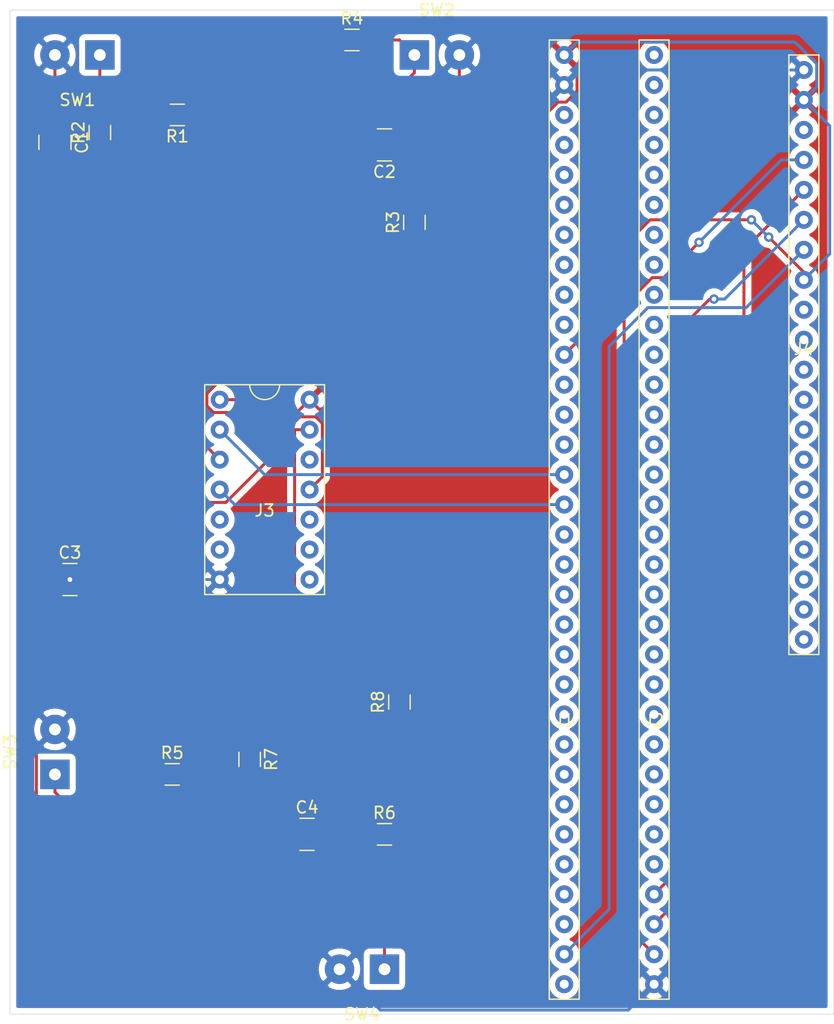
<source format=kicad_pcb>
(kicad_pcb (version 20171130) (host pcbnew "(5.1.0)-1")
  (title_block (title "ECE 362") (date 2019-04-14) (rev 1) (company "Team Pong"))
  (layers (0 F.Cu signal) (31 B.Cu signal) (34 B.Paste user) (35 F.Paste user) (36 B.SilkS user) (37 F.SilkS user) (38 B.Mask user) (39 F.Mask user) (44 Edge.Cuts user))
  (net 0 "")
  (net 1 GND)
  (net 2 PB12)
  (net 3 PB13)
  (net 4 PB14)
  (net 5 PB15)
  (net 6 +3V3)
  (net 7 PA1)
  (net 8 PA0)
  (net 9 "Net-(C3-Pad2)")
  (net 10 "Net-(C1-Pad2)")
  (net 11 "Net-(C4-Pad2)")
  (net 12 "Net-(C2-Pad2)")
  (net 13 "Net-(R1-Pad2)")
  (net 14 "Net-(R3-Pad2)")
  (net 15 "Net-(R5-Pad2)")
  (net 16 "Net-(R6-Pad2)")
  (net 17 PC2)
  (module 362ftpt:STM32conn (layer F.Cu) (at 67.31 91.44)
    (fp_text reference J2 (at 0 0.5) (layer F.SilkS))
    (fp_text value STM32Right)
    (fp_line (start -1.27 -57.15) (end 1.27 -57.15) (layer F.SilkS) (width 0.12))
    (fp_line (start 1.27 -57.15) (end 1.27 24.13) (layer F.SilkS) (width 0.12))
    (fp_line (start 1.27 24.13) (end -1.27 24.13) (layer F.SilkS) (width 0.12))
    (fp_line (start -1.27 24.13) (end -1.27 -57.15) (layer F.SilkS) (width 0.12))
    (pad 1 thru_hole circle (at 0 -55.88) (size 1.524 1.524) (drill 0.762) (layers *.Cu *.Mask))
    (pad 2 thru_hole circle (at 0 -53.34) (size 1.524 1.524) (drill 0.762) (layers *.Cu *.Mask))
    (pad 3 thru_hole circle (at 0 -50.8) (size 1.524 1.524) (drill 0.762) (layers *.Cu *.Mask))
    (pad 5 thru_hole circle (at 0 -45.72) (size 1.524 1.524) (drill 0.762) (layers *.Cu *.Mask))
    (pad 4 thru_hole circle (at 0 -48.26) (size 1.524 1.524) (drill 0.762) (layers *.Cu *.Mask))
    (pad 6 thru_hole circle (at 0 -43.18) (size 1.524 1.524) (drill 0.762) (layers *.Cu *.Mask))
    (pad 7 thru_hole circle (at 0 -40.64) (size 1.524 1.524) (drill 0.762) (layers *.Cu *.Mask))
    (pad 8 thru_hole circle (at 0 -38.1) (size 1.524 1.524) (drill 0.762) (layers *.Cu *.Mask))
    (pad 9 thru_hole circle (at 0 -35.56) (size 1.524 1.524) (drill 0.762) (layers *.Cu *.Mask))
    (pad 10 thru_hole circle (at 0 -33.02) (size 1.524 1.524) (drill 0.762) (layers *.Cu *.Mask))
    (pad 11 thru_hole circle (at 0 -30.48) (size 1.524 1.524) (drill 0.762) (layers *.Cu *.Mask))
    (pad 12 thru_hole circle (at 0 -27.94) (size 1.524 1.524) (drill 0.762) (layers *.Cu *.Mask))
    (pad 13 thru_hole circle (at 0 -25.4) (size 1.524 1.524) (drill 0.762) (layers *.Cu *.Mask))
    (pad 14 thru_hole circle (at 0 -22.86) (size 1.524 1.524) (drill 0.762) (layers *.Cu *.Mask))
    (pad 15 thru_hole circle (at 0 -20.32) (size 1.524 1.524) (drill 0.762) (layers *.Cu *.Mask))
    (pad 16 thru_hole circle (at 0 -17.78) (size 1.524 1.524) (drill 0.762) (layers *.Cu *.Mask))
    (pad 17 thru_hole circle (at 0 -15.24) (size 1.524 1.524) (drill 0.762) (layers *.Cu *.Mask))
    (pad 18 thru_hole circle (at 0 -12.7) (size 1.524 1.524) (drill 0.762) (layers *.Cu *.Mask))
    (pad 19 thru_hole circle (at 0 -10.16) (size 1.524 1.524) (drill 0.762) (layers *.Cu *.Mask))
    (pad 20 thru_hole circle (at 0 -7.62) (size 1.524 1.524) (drill 0.762) (layers *.Cu *.Mask))
    (pad 21 thru_hole circle (at 0 -5.08) (size 1.524 1.524) (drill 0.762) (layers *.Cu *.Mask))
    (pad 22 thru_hole circle (at 0 -2.54) (size 1.524 1.524) (drill 0.762) (layers *.Cu *.Mask))
    (pad 23 thru_hole circle (at 0 0) (size 1.524 1.524) (drill 0.762) (layers *.Cu *.Mask))
    (pad 24 thru_hole circle (at 0 2.54) (size 1.524 1.524) (drill 0.762) (layers *.Cu *.Mask))
    (pad 25 thru_hole circle (at 0 5.08) (size 1.524 1.524) (drill 0.762) (layers *.Cu *.Mask))
    (pad 26 thru_hole circle (at 0 7.62) (size 1.524 1.524) (drill 0.762) (layers *.Cu *.Mask))
    (pad 27 thru_hole circle (at 0 10.16) (size 1.524 1.524) (drill 0.762) (layers *.Cu *.Mask))
    (pad 28 thru_hole circle (at 0 12.7) (size 1.524 1.524) (drill 0.762) (layers *.Cu *.Mask))
    (pad 29 thru_hole circle (at 0 15.24) (size 1.524 1.524) (drill 0.762) (layers *.Cu *.Mask) (net 5 PB15))
    (pad 30 thru_hole circle (at 0 17.78) (size 1.524 1.524) (drill 0.762) (layers *.Cu *.Mask) (net 4 PB14))
    (pad 31 thru_hole circle (at 0 20.32) (size 1.524 1.524) (drill 0.762) (layers *.Cu *.Mask) (net 3 PB13))
    (pad 32 thru_hole circle (at 0 22.86) (size 1.524 1.524) (drill 0.762) (layers *.Cu *.Mask) (net 1 GND))
  )
  (module Capacitor_SMD:C_1210_3225Metric_Pad1.42x2.65mm_HandSolder (layer F.Cu) (at 16.51 42.9625 270)
    (fp_text reference C1 (at 0 -2.28 270) (layer F.SilkS))
    (fp_text value C)
    (fp_line (start -0.602064 1.36) (end 0.602064 1.36) (layer F.SilkS) (width 0.12))
    (fp_line (start -0.602064 -1.36) (end 0.602064 -1.36) (layer F.SilkS) (width 0.12))
    (pad 2 smd roundrect (at 1.4875 0 270) (size 1.425 2.65) (layers F.Cu F.Paste F.Mask) (roundrect_rratio 0.175439) (net 10 "Net-(C1-Pad2)"))
    (pad 1 smd roundrect (at -1.4875 0 270) (size 1.425 2.65) (layers F.Cu F.Paste F.Mask) (roundrect_rratio 0.175439) (net 1 GND))
  )
  (module Capacitor_SMD:C_1210_3225Metric_Pad1.42x2.65mm_HandSolder (layer F.Cu) (at 44.45 43.18 180)
    (fp_text reference C2 (at 0 -2.28 180) (layer F.SilkS))
    (fp_text value C)
    (fp_line (start -0.602064 -1.36) (end 0.602064 -1.36) (layer F.SilkS) (width 0.12))
    (fp_line (start -0.602064 1.36) (end 0.602064 1.36) (layer F.SilkS) (width 0.12))
    (pad 1 smd roundrect (at -1.4875 0 180) (size 1.425 2.65) (layers F.Cu F.Paste F.Mask) (roundrect_rratio 0.175439) (net 1 GND))
    (pad 2 smd roundrect (at 1.4875 0 180) (size 1.425 2.65) (layers F.Cu F.Paste F.Mask) (roundrect_rratio 0.175439) (net 12 "Net-(C2-Pad2)"))
  )
  (module Capacitor_SMD:C_1210_3225Metric_Pad1.42x2.65mm_HandSolder (layer F.Cu) (at 17.78 80.01)
    (fp_text reference C3 (at 0 -2.28) (layer F.SilkS))
    (fp_text value C)
    (fp_line (start -0.602064 1.36) (end 0.602064 1.36) (layer F.SilkS) (width 0.12))
    (fp_line (start -0.602064 -1.36) (end 0.602064 -1.36) (layer F.SilkS) (width 0.12))
    (pad 2 smd roundrect (at 1.4875 0) (size 1.425 2.65) (layers F.Cu F.Paste F.Mask) (roundrect_rratio 0.175439) (net 9 "Net-(C3-Pad2)"))
    (pad 1 smd roundrect (at -1.4875 0) (size 1.425 2.65) (layers F.Cu F.Paste F.Mask) (roundrect_rratio 0.175439) (net 1 GND))
  )
  (module Capacitor_SMD:C_1210_3225Metric_Pad1.42x2.65mm_HandSolder (layer F.Cu) (at 37.8825 101.6)
    (fp_text reference C4 (at 0 -2.28) (layer F.SilkS))
    (fp_text value C)
    (fp_line (start -0.602064 -1.36) (end 0.602064 -1.36) (layer F.SilkS) (width 0.12))
    (fp_line (start -0.602064 1.36) (end 0.602064 1.36) (layer F.SilkS) (width 0.12))
    (pad 1 smd roundrect (at -1.4875 0) (size 1.425 2.65) (layers F.Cu F.Paste F.Mask) (roundrect_rratio 0.175439) (net 1 GND))
    (pad 2 smd roundrect (at 1.4875 0) (size 1.425 2.65) (layers F.Cu F.Paste F.Mask) (roundrect_rratio 0.175439) (net 11 "Net-(C4-Pad2)"))
  )
  (module 362ftpt:STM32conn (layer F.Cu) (at 59.69 91.44)
    (fp_text reference J1 (at 0 0.5) (layer F.SilkS))
    (fp_text value STM32Left)
    (fp_line (start -1.27 24.13) (end -1.27 -57.15) (layer F.SilkS) (width 0.12))
    (fp_line (start 1.27 24.13) (end -1.27 24.13) (layer F.SilkS) (width 0.12))
    (fp_line (start 1.27 -57.15) (end 1.27 24.13) (layer F.SilkS) (width 0.12))
    (fp_line (start -1.27 -57.15) (end 1.27 -57.15) (layer F.SilkS) (width 0.12))
    (pad 32 thru_hole circle (at 0 22.86) (size 1.524 1.524) (drill 0.762) (layers *.Cu *.Mask))
    (pad 31 thru_hole circle (at 0 20.32) (size 1.524 1.524) (drill 0.762) (layers *.Cu *.Mask) (net 2 PB12))
    (pad 30 thru_hole circle (at 0 17.78) (size 1.524 1.524) (drill 0.762) (layers *.Cu *.Mask))
    (pad 29 thru_hole circle (at 0 15.24) (size 1.524 1.524) (drill 0.762) (layers *.Cu *.Mask))
    (pad 28 thru_hole circle (at 0 12.7) (size 1.524 1.524) (drill 0.762) (layers *.Cu *.Mask))
    (pad 27 thru_hole circle (at 0 10.16) (size 1.524 1.524) (drill 0.762) (layers *.Cu *.Mask))
    (pad 26 thru_hole circle (at 0 7.62) (size 1.524 1.524) (drill 0.762) (layers *.Cu *.Mask))
    (pad 25 thru_hole circle (at 0 5.08) (size 1.524 1.524) (drill 0.762) (layers *.Cu *.Mask))
    (pad 24 thru_hole circle (at 0 2.54) (size 1.524 1.524) (drill 0.762) (layers *.Cu *.Mask))
    (pad 23 thru_hole circle (at 0 0) (size 1.524 1.524) (drill 0.762) (layers *.Cu *.Mask))
    (pad 22 thru_hole circle (at 0 -2.54) (size 1.524 1.524) (drill 0.762) (layers *.Cu *.Mask))
    (pad 21 thru_hole circle (at 0 -5.08) (size 1.524 1.524) (drill 0.762) (layers *.Cu *.Mask))
    (pad 20 thru_hole circle (at 0 -7.62) (size 1.524 1.524) (drill 0.762) (layers *.Cu *.Mask))
    (pad 19 thru_hole circle (at 0 -10.16) (size 1.524 1.524) (drill 0.762) (layers *.Cu *.Mask))
    (pad 18 thru_hole circle (at 0 -12.7) (size 1.524 1.524) (drill 0.762) (layers *.Cu *.Mask))
    (pad 17 thru_hole circle (at 0 -15.24) (size 1.524 1.524) (drill 0.762) (layers *.Cu *.Mask))
    (pad 16 thru_hole circle (at 0 -17.78) (size 1.524 1.524) (drill 0.762) (layers *.Cu *.Mask) (net 7 PA1))
    (pad 15 thru_hole circle (at 0 -20.32) (size 1.524 1.524) (drill 0.762) (layers *.Cu *.Mask) (net 8 PA0))
    (pad 14 thru_hole circle (at 0 -22.86) (size 1.524 1.524) (drill 0.762) (layers *.Cu *.Mask))
    (pad 13 thru_hole circle (at 0 -25.4) (size 1.524 1.524) (drill 0.762) (layers *.Cu *.Mask))
    (pad 12 thru_hole circle (at 0 -27.94) (size 1.524 1.524) (drill 0.762) (layers *.Cu *.Mask))
    (pad 11 thru_hole circle (at 0 -30.48) (size 1.524 1.524) (drill 0.762) (layers *.Cu *.Mask) (net 17 PC2))
    (pad 10 thru_hole circle (at 0 -33.02) (size 1.524 1.524) (drill 0.762) (layers *.Cu *.Mask))
    (pad 9 thru_hole circle (at 0 -35.56) (size 1.524 1.524) (drill 0.762) (layers *.Cu *.Mask))
    (pad 8 thru_hole circle (at 0 -38.1) (size 1.524 1.524) (drill 0.762) (layers *.Cu *.Mask))
    (pad 7 thru_hole circle (at 0 -40.64) (size 1.524 1.524) (drill 0.762) (layers *.Cu *.Mask))
    (pad 6 thru_hole circle (at 0 -43.18) (size 1.524 1.524) (drill 0.762) (layers *.Cu *.Mask))
    (pad 4 thru_hole circle (at 0 -48.26) (size 1.524 1.524) (drill 0.762) (layers *.Cu *.Mask))
    (pad 5 thru_hole circle (at 0 -45.72) (size 1.524 1.524) (drill 0.762) (layers *.Cu *.Mask))
    (pad 3 thru_hole circle (at 0 -50.8) (size 1.524 1.524) (drill 0.762) (layers *.Cu *.Mask))
    (pad 2 thru_hole circle (at 0 -53.34) (size 1.524 1.524) (drill 0.762) (layers *.Cu *.Mask) (net 1 GND))
    (pad 1 thru_hole circle (at 0 -55.88) (size 1.524 1.524) (drill 0.762) (layers *.Cu *.Mask) (net 6 +3V3))
  )
  (module 362ftpt:HC14 (layer F.Cu) (at 34.29 73.66)
    (fp_text reference J3 (at 0 0.5) (layer F.SilkS))
    (fp_text value Conn_02x07_Odd_Even)
    (fp_line (start 5.08 -10.16) (end -5.08 -10.16) (layer F.SilkS) (width 0.12))
    (fp_line (start -5.08 -10.16) (end -5.08 7.62) (layer F.SilkS) (width 0.12))
    (fp_line (start -5.08 7.62) (end 5.08 7.62) (layer F.SilkS) (width 0.12))
    (fp_line (start 5.08 7.62) (end 5.08 -10.16) (layer F.SilkS) (width 0.12))
    (fp_arc (start 0 -10.16) (end -1.27 -10.16) (angle -180) (layer F.SilkS) (width 0.12))
    (pad 1 thru_hole circle (at -3.81 -8.89) (size 1.524 1.524) (drill 0.762) (layers *.Cu *.Mask) (net 12 "Net-(C2-Pad2)"))
    (pad 2 thru_hole circle (at 3.81 -8.89) (size 1.524 1.524) (drill 0.762) (layers *.Cu *.Mask) (net 6 +3V3))
    (pad 3 thru_hole circle (at -3.81 -6.35) (size 1.524 1.524) (drill 0.762) (layers *.Cu *.Mask) (net 8 PA0))
    (pad 4 thru_hole circle (at 3.81 -6.35) (size 1.524 1.524) (drill 0.762) (layers *.Cu *.Mask) (net 11 "Net-(C4-Pad2)"))
    (pad 5 thru_hole circle (at -3.81 -3.81) (size 1.524 1.524) (drill 0.762) (layers *.Cu *.Mask) (net 10 "Net-(C1-Pad2)"))
    (pad 6 thru_hole circle (at 3.81 -3.81) (size 1.524 1.524) (drill 0.762) (layers *.Cu *.Mask))
    (pad 7 thru_hole circle (at -3.81 -1.27) (size 1.524 1.524) (drill 0.762) (layers *.Cu *.Mask) (net 7 PA1))
    (pad 8 thru_hole circle (at 3.81 -1.27) (size 1.524 1.524) (drill 0.762) (layers *.Cu *.Mask) (net 9 "Net-(C3-Pad2)"))
    (pad 9 thru_hole circle (at -3.81 1.27) (size 1.524 1.524) (drill 0.762) (layers *.Cu *.Mask))
    (pad 10 thru_hole circle (at 3.81 1.27) (size 1.524 1.524) (drill 0.762) (layers *.Cu *.Mask))
    (pad 11 thru_hole circle (at -3.81 3.81) (size 1.524 1.524) (drill 0.762) (layers *.Cu *.Mask))
    (pad 12 thru_hole circle (at 3.81 3.81) (size 1.524 1.524) (drill 0.762) (layers *.Cu *.Mask))
    (pad 13 thru_hole circle (at -3.81 6.35) (size 1.524 1.524) (drill 0.762) (layers *.Cu *.Mask) (net 1 GND))
    (pad 14 thru_hole circle (at 3.81 6.35) (size 1.524 1.524) (drill 0.762) (layers *.Cu *.Mask))
  )
  (module 362ftpt:LCD (layer F.Cu) (at 80.01 60.96 180)
    (fp_text reference J4 (at 0 0.5 180) (layer F.SilkS))
    (fp_text value LCD)
    (fp_line (start -1.27 -25.4) (end 1.27 -25.4) (layer F.SilkS) (width 0.12))
    (fp_line (start 1.27 -25.4) (end 1.27 25.4) (layer F.SilkS) (width 0.12))
    (fp_line (start 1.27 25.4) (end -1.27 25.4) (layer F.SilkS) (width 0.12))
    (fp_line (start -1.27 25.4) (end -1.27 -25.4) (layer F.SilkS) (width 0.12))
    (pad 1 thru_hole circle (at 0 -24.13 180) (size 1.524 1.524) (drill 0.762) (layers *.Cu *.Mask))
    (pad 2 thru_hole circle (at 0 -21.59 180) (size 1.524 1.524) (drill 0.762) (layers *.Cu *.Mask))
    (pad 3 thru_hole circle (at 0 -19.05 180) (size 1.524 1.524) (drill 0.762) (layers *.Cu *.Mask))
    (pad 4 thru_hole circle (at 0 -16.51 180) (size 1.524 1.524) (drill 0.762) (layers *.Cu *.Mask))
    (pad 5 thru_hole circle (at 0 -13.97 180) (size 1.524 1.524) (drill 0.762) (layers *.Cu *.Mask))
    (pad 6 thru_hole circle (at 0 -11.43 180) (size 1.524 1.524) (drill 0.762) (layers *.Cu *.Mask))
    (pad 7 thru_hole circle (at 0 -8.89 180) (size 1.524 1.524) (drill 0.762) (layers *.Cu *.Mask))
    (pad 8 thru_hole circle (at 0 -6.35 180) (size 1.524 1.524) (drill 0.762) (layers *.Cu *.Mask))
    (pad 9 thru_hole circle (at 0 -3.81 180) (size 1.524 1.524) (drill 0.762) (layers *.Cu *.Mask))
    (pad 11 thru_hole circle (at 0 1.27 180) (size 1.524 1.524) (drill 0.762) (layers *.Cu *.Mask))
    (pad 10 thru_hole circle (at 0 -1.27 180) (size 1.524 1.524) (drill 0.762) (layers *.Cu *.Mask))
    (pad 12 thru_hole circle (at 0 3.81 180) (size 1.524 1.524) (drill 0.762) (layers *.Cu *.Mask))
    (pad 13 thru_hole circle (at 0 6.35 180) (size 1.524 1.524) (drill 0.762) (layers *.Cu *.Mask) (net 17 PC2))
    (pad 14 thru_hole circle (at 0 8.89 180) (size 1.524 1.524) (drill 0.762) (layers *.Cu *.Mask) (net 2 PB12))
    (pad 15 thru_hole circle (at 0 11.43 180) (size 1.524 1.524) (drill 0.762) (layers *.Cu *.Mask) (net 5 PB15))
    (pad 16 thru_hole circle (at 0 13.97 180) (size 1.524 1.524) (drill 0.762) (layers *.Cu *.Mask) (net 4 PB14))
    (pad 17 thru_hole circle (at 0 16.51 180) (size 1.524 1.524) (drill 0.762) (layers *.Cu *.Mask) (net 3 PB13))
    (pad 18 thru_hole circle (at 0 19.05 180) (size 1.524 1.524) (drill 0.762) (layers *.Cu *.Mask))
    (pad 19 thru_hole circle (at 0 21.59 180) (size 1.524 1.524) (drill 0.762) (layers *.Cu *.Mask) (net 6 +3V3))
    (pad 20 thru_hole circle (at 0 24.13 180) (size 1.524 1.524) (drill 0.762) (layers *.Cu *.Mask) (net 1 GND))
  )
  (module Resistor_SMD:R_1206_3216Metric_Pad1.42x1.75mm_HandSolder (layer F.Cu) (at 26.8875 40.64 180)
    (fp_text reference R1 (at 0 -1.82 180) (layer F.SilkS))
    (fp_text value R)
    (fp_line (start -0.602064 0.91) (end 0.602064 0.91) (layer F.SilkS) (width 0.12))
    (fp_line (start -0.602064 -0.91) (end 0.602064 -0.91) (layer F.SilkS) (width 0.12))
    (pad 2 smd roundrect (at 1.4875 0 180) (size 1.425 1.75) (layers F.Cu F.Paste F.Mask) (roundrect_rratio 0.175439) (net 13 "Net-(R1-Pad2)"))
    (pad 1 smd roundrect (at -1.4875 0 180) (size 1.425 1.75) (layers F.Cu F.Paste F.Mask) (roundrect_rratio 0.175439) (net 6 +3V3))
  )
  (module Resistor_SMD:R_1206_3216Metric_Pad1.42x1.75mm_HandSolder (layer F.Cu) (at 20.32 42.1275 90)
    (fp_text reference R2 (at 0 -1.82 90) (layer F.SilkS))
    (fp_text value R)
    (fp_line (start -0.602064 -0.91) (end 0.602064 -0.91) (layer F.SilkS) (width 0.12))
    (fp_line (start -0.602064 0.91) (end 0.602064 0.91) (layer F.SilkS) (width 0.12))
    (pad 1 smd roundrect (at -1.4875 0 90) (size 1.425 1.75) (layers F.Cu F.Paste F.Mask) (roundrect_rratio 0.175439) (net 10 "Net-(C1-Pad2)"))
    (pad 2 smd roundrect (at 1.4875 0 90) (size 1.425 1.75) (layers F.Cu F.Paste F.Mask) (roundrect_rratio 0.175439) (net 13 "Net-(R1-Pad2)"))
  )
  (module Resistor_SMD:R_1206_3216Metric_Pad1.42x1.75mm_HandSolder (layer F.Cu) (at 46.99 49.7475 90)
    (fp_text reference R3 (at 0 -1.82 90) (layer F.SilkS))
    (fp_text value R)
    (fp_line (start -0.602064 0.91) (end 0.602064 0.91) (layer F.SilkS) (width 0.12))
    (fp_line (start -0.602064 -0.91) (end 0.602064 -0.91) (layer F.SilkS) (width 0.12))
    (pad 2 smd roundrect (at 1.4875 0 90) (size 1.425 1.75) (layers F.Cu F.Paste F.Mask) (roundrect_rratio 0.175439) (net 14 "Net-(R3-Pad2)"))
    (pad 1 smd roundrect (at -1.4875 0 90) (size 1.425 1.75) (layers F.Cu F.Paste F.Mask) (roundrect_rratio 0.175439) (net 6 +3V3))
  )
  (module Resistor_SMD:R_1206_3216Metric_Pad1.42x1.75mm_HandSolder (layer F.Cu) (at 41.6925 34.29)
    (fp_text reference R4 (at 0 -1.82) (layer F.SilkS))
    (fp_text value R)
    (fp_line (start -0.602064 -0.91) (end 0.602064 -0.91) (layer F.SilkS) (width 0.12))
    (fp_line (start -0.602064 0.91) (end 0.602064 0.91) (layer F.SilkS) (width 0.12))
    (pad 1 smd roundrect (at -1.4875 0) (size 1.425 1.75) (layers F.Cu F.Paste F.Mask) (roundrect_rratio 0.175439) (net 12 "Net-(C2-Pad2)"))
    (pad 2 smd roundrect (at 1.4875 0) (size 1.425 1.75) (layers F.Cu F.Paste F.Mask) (roundrect_rratio 0.175439) (net 14 "Net-(R3-Pad2)"))
  )
  (module Resistor_SMD:R_1206_3216Metric_Pad1.42x1.75mm_HandSolder (layer F.Cu) (at 26.4525 96.52)
    (fp_text reference R5 (at 0 -1.82) (layer F.SilkS))
    (fp_text value R)
    (fp_line (start -0.602064 0.91) (end 0.602064 0.91) (layer F.SilkS) (width 0.12))
    (fp_line (start -0.602064 -0.91) (end 0.602064 -0.91) (layer F.SilkS) (width 0.12))
    (pad 2 smd roundrect (at 1.4875 0) (size 1.425 1.75) (layers F.Cu F.Paste F.Mask) (roundrect_rratio 0.175439) (net 15 "Net-(R5-Pad2)"))
    (pad 1 smd roundrect (at -1.4875 0) (size 1.425 1.75) (layers F.Cu F.Paste F.Mask) (roundrect_rratio 0.175439) (net 9 "Net-(C3-Pad2)"))
  )
  (module Resistor_SMD:R_1206_3216Metric_Pad1.42x1.75mm_HandSolder (layer F.Cu) (at 44.45 101.6)
    (fp_text reference R6 (at 0 -1.82) (layer F.SilkS))
    (fp_text value R)
    (fp_line (start -0.602064 0.91) (end 0.602064 0.91) (layer F.SilkS) (width 0.12))
    (fp_line (start -0.602064 -0.91) (end 0.602064 -0.91) (layer F.SilkS) (width 0.12))
    (pad 2 smd roundrect (at 1.4875 0) (size 1.425 1.75) (layers F.Cu F.Paste F.Mask) (roundrect_rratio 0.175439) (net 16 "Net-(R6-Pad2)"))
    (pad 1 smd roundrect (at -1.4875 0) (size 1.425 1.75) (layers F.Cu F.Paste F.Mask) (roundrect_rratio 0.175439) (net 11 "Net-(C4-Pad2)"))
  )
  (module Resistor_SMD:R_1206_3216Metric_Pad1.42x1.75mm_HandSolder (layer F.Cu) (at 33.02 95.25 270)
    (fp_text reference R7 (at 0 -1.82 270) (layer F.SilkS))
    (fp_text value R)
    (fp_line (start -0.602064 -0.91) (end 0.602064 -0.91) (layer F.SilkS) (width 0.12))
    (fp_line (start -0.602064 0.91) (end 0.602064 0.91) (layer F.SilkS) (width 0.12))
    (pad 1 smd roundrect (at -1.4875 0 270) (size 1.425 1.75) (layers F.Cu F.Paste F.Mask) (roundrect_rratio 0.175439) (net 6 +3V3))
    (pad 2 smd roundrect (at 1.4875 0 270) (size 1.425 1.75) (layers F.Cu F.Paste F.Mask) (roundrect_rratio 0.175439) (net 15 "Net-(R5-Pad2)"))
  )
  (module Resistor_SMD:R_1206_3216Metric_Pad1.42x1.75mm_HandSolder (layer F.Cu) (at 45.72 90.3875 90)
    (fp_text reference R8 (at 0 -1.82 90) (layer F.SilkS))
    (fp_text value R)
    (fp_line (start -0.602064 -0.91) (end 0.602064 -0.91) (layer F.SilkS) (width 0.12))
    (fp_line (start -0.602064 0.91) (end 0.602064 0.91) (layer F.SilkS) (width 0.12))
    (pad 1 smd roundrect (at -1.4875 0 90) (size 1.425 1.75) (layers F.Cu F.Paste F.Mask) (roundrect_rratio 0.175439) (net 6 +3V3))
    (pad 2 smd roundrect (at 1.4875 0 90) (size 1.425 1.75) (layers F.Cu F.Paste F.Mask) (roundrect_rratio 0.175439) (net 16 "Net-(R6-Pad2)"))
  )
  (module Connector_Wire:SolderWirePad_1x02_P3.81mm_Drill1mm (layer F.Cu) (at 20.32 35.56 180)
    (fp_text reference SW1 (at 1.905 -3.81 180) (layer F.SilkS))
    (fp_text value SW_Push)
    (pad 2 thru_hole circle (at 3.81 0 180) (size 2.49936 2.49936) (drill 1.00076) (layers *.Cu *.Mask) (net 1 GND))
    (pad 1 thru_hole rect (at 0 0 180) (size 2.49936 2.49936) (drill 1.00076) (layers *.Cu *.Mask) (net 13 "Net-(R1-Pad2)"))
  )
  (module Connector_Wire:SolderWirePad_1x02_P3.81mm_Drill1mm (layer F.Cu) (at 46.99 35.56)
    (fp_text reference SW2 (at 1.905 -3.81) (layer F.SilkS))
    (fp_text value SW_Push)
    (pad 1 thru_hole rect (at 0 0) (size 2.49936 2.49936) (drill 1.00076) (layers *.Cu *.Mask) (net 14 "Net-(R3-Pad2)"))
    (pad 2 thru_hole circle (at 3.81 0) (size 2.49936 2.49936) (drill 1.00076) (layers *.Cu *.Mask) (net 1 GND))
  )
  (module Connector_Wire:SolderWirePad_1x02_P3.81mm_Drill1mm (layer F.Cu) (at 16.51 96.52 90)
    (fp_text reference SW3 (at 1.905 -3.81 90) (layer F.SilkS))
    (fp_text value SW_Push)
    (pad 2 thru_hole circle (at 3.81 0 90) (size 2.49936 2.49936) (drill 1.00076) (layers *.Cu *.Mask) (net 1 GND))
    (pad 1 thru_hole rect (at 0 0 90) (size 2.49936 2.49936) (drill 1.00076) (layers *.Cu *.Mask) (net 15 "Net-(R5-Pad2)"))
  )
  (module Connector_Wire:SolderWirePad_1x02_P3.81mm_Drill1mm (layer F.Cu) (at 44.45 113.03 180)
    (fp_text reference SW4 (at 1.905 -3.81 180) (layer F.SilkS))
    (fp_text value SW_Push)
    (pad 1 thru_hole rect (at 0 0 180) (size 2.49936 2.49936) (drill 1.00076) (layers *.Cu *.Mask) (net 16 "Net-(R6-Pad2)"))
    (pad 2 thru_hole circle (at 3.81 0 180) (size 2.49936 2.49936) (drill 1.00076) (layers *.Cu *.Mask) (net 1 GND))
  )
  (gr_line (start 12.7 116.84) (end 12.7 31.75) (layer Edge.Cuts) (width 0.05))
  (gr_line (start 82.55 116.84) (end 12.7 116.84) (layer Edge.Cuts) (width 0.05))
  (gr_line (start 82.55 31.75) (end 82.55 116.84) (layer Edge.Cuts) (width 0.05))
  (gr_line (start 12.7 31.75) (end 82.55 31.75) (layer Edge.Cuts) (width 0.05))
  (segment (start 16.51 38.73069) (end 16.51 41.475) (width 0.25) (layer F.Cu) (net 1))
  (segment (start 16.51 35.56) (end 16.51 38.73069) (width 0.25) (layer F.Cu) (net 1))
  (segment (start 16.51 35.56) (end 19.05 33.02) (width 0.25) (layer F.Cu) (net 1))
  (segment (start 54.61 33.02) (end 59.69 38.1) (width 0.25) (layer F.Cu) (net 1))
  (segment (start 19.05 33.02) (end 54.61 33.02) (width 0.25) (layer F.Cu) (net 1))
  (segment (start 53.34 33.02) (end 50.8 35.56) (width 0.25) (layer F.Cu) (net 1))
  (segment (start 54.61 33.02) (end 53.34 33.02) (width 0.25) (layer F.Cu) (net 1))
  (segment (start 16.51 35.56) (end 13.97 38.1) (width 0.25) (layer F.Cu) (net 1))
  (segment (start 13.97 38.1) (end 13.97 78.74) (width 0.25) (layer F.Cu) (net 1))
  (segment (start 15.24 80.01) (end 16.2925 80.01) (width 0.25) (layer F.Cu) (net 1))
  (segment (start 13.97 78.74) (end 15.24 80.01) (width 0.25) (layer F.Cu) (net 1))
  (segment (start 13.97 90.17) (end 16.51 92.71) (width 0.25) (layer F.Cu) (net 1))
  (segment (start 13.97 78.74) (end 13.97 90.17) (width 0.25) (layer F.Cu) (net 1))
  (segment (start 50.8 38.3175) (end 45.9375 43.18) (width 0.25) (layer F.Cu) (net 1))
  (segment (start 50.8 35.56) (end 50.8 38.3175) (width 0.25) (layer F.Cu) (net 1))
  (segment (start 14.935319 94.284681) (end 14.935319 103.835319) (width 0.25) (layer F.Cu) (net 1))
  (segment (start 16.51 92.71) (end 14.935319 94.284681) (width 0.25) (layer F.Cu) (net 1))
  (segment (start 14.935319 103.835319) (end 17.170638 101.6) (width 0.25) (layer F.Cu) (net 1))
  (segment (start 35.56 107.95) (end 40.64 113.03) (width 0.25) (layer F.Cu) (net 1))
  (segment (start 35.56 101.6) (end 35.56 107.95) (width 0.25) (layer F.Cu) (net 1))
  (segment (start 35.56 101.6) (end 36.395 101.6) (width 0.25) (layer F.Cu) (net 1))
  (segment (start 17.170638 101.6) (end 35.56 101.6) (width 0.25) (layer F.Cu) (net 1))
  (segment (start 41.889679 114.279679) (end 40.64 113.03) (width 0.25) (layer B.Cu) (net 1))
  (segment (start 44.09999 116.48999) (end 41.889679 114.279679) (width 0.25) (layer B.Cu) (net 1))
  (segment (start 65.12001 116.48999) (end 44.09999 116.48999) (width 0.25) (layer B.Cu) (net 1))
  (segment (start 67.31 114.3) (end 65.12001 116.48999) (width 0.25) (layer B.Cu) (net 1))
  (segment (start 60.96 36.83) (end 59.69 38.1) (width 0.25) (layer B.Cu) (net 1))
  (segment (start 80.01 36.83) (end 60.96 36.83) (width 0.25) (layer B.Cu) (net 1))
  (via (at 17.78 80.01) (size 0.8) (drill 0.4) (layers F.Cu B.Cu) (net 1))
  (segment (start 16.2925 80.01) (end 17.78 80.01) (width 0.25) (layer F.Cu) (net 1))
  (segment (start 17.78 80.01) (end 30.48 80.01) (width 0.25) (layer B.Cu) (net 1))
  (segment (start 59.69 111.76) (end 63.5 107.95) (width 0.25) (layer B.Cu) (net 2))
  (segment (start 79.248001 52.831999) (end 80.01 52.07) (width 0.25) (layer B.Cu) (net 2))
  (segment (start 75.112999 56.967001) (end 79.248001 52.831999) (width 0.25) (layer B.Cu) (net 2))
  (segment (start 66.788239 56.967001) (end 75.112999 56.967001) (width 0.25) (layer B.Cu) (net 2))
  (segment (start 63.5 60.25524) (end 66.788239 56.967001) (width 0.25) (layer B.Cu) (net 2))
  (segment (start 63.5 107.95) (end 63.5 60.25524) (width 0.25) (layer B.Cu) (net 2))
  (via (at 71.12 51.435) (size 0.8) (drill 0.4) (layers F.Cu B.Cu) (net 3))
  (segment (start 80.01 44.45) (end 78.105 44.45) (width 0.25) (layer B.Cu) (net 3))
  (segment (start 78.105 44.45) (end 71.12 51.435) (width 0.25) (layer B.Cu) (net 3))
  (segment (start 67.154237 54.427001) (end 64.77 56.811238) (width 0.25) (layer F.Cu) (net 3))
  (segment (start 71.12 51.435) (end 68.127999 54.427001) (width 0.25) (layer F.Cu) (net 3))
  (segment (start 68.127999 54.427001) (end 67.154237 54.427001) (width 0.25) (layer F.Cu) (net 3))
  (segment (start 64.77 109.22) (end 67.31 111.76) (width 0.25) (layer F.Cu) (net 3))
  (segment (start 64.77 56.811238) (end 64.77 109.22) (width 0.25) (layer F.Cu) (net 3))
  (segment (start 67.31 109.22) (end 74.93 101.6) (width 0.25) (layer F.Cu) (net 4))
  (segment (start 74.93 52.07) (end 80.01 46.99) (width 0.25) (layer F.Cu) (net 4))
  (segment (start 74.93 101.6) (end 74.93 52.07) (width 0.25) (layer F.Cu) (net 4))
  (segment (start 70.485 103.505) (end 70.485 57.785) (width 0.25) (layer F.Cu) (net 5))
  (segment (start 67.31 106.68) (end 70.485 103.505) (width 0.25) (layer F.Cu) (net 5))
  (via (at 72.39 56.242001) (size 0.8) (drill 0.4) (layers F.Cu B.Cu) (net 5))
  (segment (start 70.485 57.785) (end 72.027999 56.242001) (width 0.25) (layer F.Cu) (net 5))
  (segment (start 72.027999 56.242001) (end 72.39 56.242001) (width 0.25) (layer F.Cu) (net 5))
  (segment (start 73.297999 56.242001) (end 80.01 49.53) (width 0.25) (layer B.Cu) (net 5))
  (segment (start 72.39 56.242001) (end 73.297999 56.242001) (width 0.25) (layer B.Cu) (net 5))
  (segment (start 36.395 40.64) (end 46.99 51.235) (width 0.25) (layer F.Cu) (net 6))
  (segment (start 28.375 40.64) (end 36.395 40.64) (width 0.25) (layer F.Cu) (net 6))
  (segment (start 38.861999 64.008001) (end 38.1 64.77) (width 0.25) (layer F.Cu) (net 6))
  (segment (start 48.640019 54.229981) (end 38.861999 64.008001) (width 0.25) (layer F.Cu) (net 6))
  (segment (start 48.640019 50.081219) (end 48.640019 54.229981) (width 0.25) (layer F.Cu) (net 6))
  (segment (start 59.168239 39.552999) (end 48.640019 50.081219) (width 0.25) (layer F.Cu) (net 6))
  (segment (start 59.845763 39.552999) (end 59.168239 39.552999) (width 0.25) (layer F.Cu) (net 6))
  (segment (start 60.777001 38.621761) (end 59.845763 39.552999) (width 0.25) (layer F.Cu) (net 6))
  (segment (start 60.777001 36.647001) (end 60.777001 38.621761) (width 0.25) (layer F.Cu) (net 6))
  (segment (start 59.69 35.56) (end 60.777001 36.647001) (width 0.25) (layer F.Cu) (net 6))
  (segment (start 37.338001 65.531999) (end 38.1 64.77) (width 0.25) (layer F.Cu) (net 6))
  (segment (start 37.012999 65.857001) (end 37.338001 65.531999) (width 0.25) (layer F.Cu) (net 6))
  (segment (start 29.958239 65.857001) (end 37.012999 65.857001) (width 0.25) (layer F.Cu) (net 6))
  (segment (start 29.392999 65.291761) (end 29.958239 65.857001) (width 0.25) (layer F.Cu) (net 6))
  (segment (start 42.406238 51.235) (end 29.392999 64.248239) (width 0.25) (layer F.Cu) (net 6))
  (segment (start 29.392999 64.248239) (end 29.392999 65.291761) (width 0.25) (layer F.Cu) (net 6))
  (segment (start 46.99 51.235) (end 42.406238 51.235) (width 0.25) (layer F.Cu) (net 6))
  (segment (start 38.861999 65.531999) (end 38.1 64.77) (width 0.25) (layer F.Cu) (net 6))
  (segment (start 44.89999 92.69501) (end 44.948653 92.646347) (width 0.25) (layer F.Cu) (net 6))
  (segment (start 44.89999 101.5632) (end 44.89999 92.69501) (width 0.25) (layer F.Cu) (net 6))
  (segment (start 43.21318 103.25001) (end 44.89999 101.5632) (width 0.25) (layer F.Cu) (net 6))
  (segment (start 38.66932 103.25001) (end 43.21318 103.25001) (width 0.25) (layer F.Cu) (net 6))
  (segment (start 44.948653 92.646347) (end 45.72 91.875) (width 0.25) (layer F.Cu) (net 6))
  (segment (start 38.33249 102.91318) (end 38.66932 103.25001) (width 0.25) (layer F.Cu) (net 6))
  (segment (start 38.33249 99.07499) (end 38.33249 102.91318) (width 0.25) (layer F.Cu) (net 6))
  (segment (start 33.02 93.7625) (end 38.33249 99.07499) (width 0.25) (layer F.Cu) (net 6))
  (segment (start 44.948653 91.103653) (end 45.72 91.875) (width 0.25) (layer F.Cu) (net 6))
  (segment (start 41.91 88.065) (end 44.948653 91.103653) (width 0.25) (layer F.Cu) (net 6))
  (segment (start 41.91 68.58) (end 41.91 88.065) (width 0.25) (layer F.Cu) (net 6))
  (segment (start 38.1 64.77) (end 41.91 68.58) (width 0.25) (layer F.Cu) (net 6))
  (segment (start 80.771999 40.131999) (end 80.01 39.37) (width 0.25) (layer B.Cu) (net 6))
  (segment (start 82.19999 41.55999) (end 80.771999 40.131999) (width 0.25) (layer B.Cu) (net 6))
  (segment (start 82.19999 52.42001) (end 82.19999 41.55999) (width 0.25) (layer B.Cu) (net 6))
  (segment (start 80.01 54.61) (end 82.19999 52.42001) (width 0.25) (layer B.Cu) (net 6))
  (segment (start 60.451999 34.798001) (end 59.69 35.56) (width 0.25) (layer B.Cu) (net 6))
  (segment (start 60.777001 34.472999) (end 60.451999 34.798001) (width 0.25) (layer B.Cu) (net 6))
  (segment (start 79.261761 34.472999) (end 60.777001 34.472999) (width 0.25) (layer B.Cu) (net 6))
  (segment (start 81.097001 36.308239) (end 79.261761 34.472999) (width 0.25) (layer B.Cu) (net 6))
  (segment (start 81.097001 38.282999) (end 81.097001 36.308239) (width 0.25) (layer B.Cu) (net 6))
  (segment (start 80.01 39.37) (end 81.097001 38.282999) (width 0.25) (layer B.Cu) (net 6))
  (segment (start 31.75 73.66) (end 59.69 73.66) (width 0.25) (layer B.Cu) (net 7))
  (segment (start 30.48 72.39) (end 31.75 73.66) (width 0.25) (layer B.Cu) (net 7))
  (segment (start 34.29 71.12) (end 59.69 71.12) (width 0.25) (layer B.Cu) (net 8))
  (segment (start 30.48 67.31) (end 34.29 71.12) (width 0.25) (layer B.Cu) (net 8))
  (segment (start 19.2675 90.8225) (end 24.965 96.52) (width 0.25) (layer F.Cu) (net 9))
  (segment (start 19.2675 80.01) (end 19.2675 90.8225) (width 0.25) (layer F.Cu) (net 9))
  (segment (start 39.187001 71.302999) (end 38.861999 71.628001) (width 0.25) (layer F.Cu) (net 9))
  (segment (start 39.187001 66.788239) (end 39.187001 71.302999) (width 0.25) (layer F.Cu) (net 9))
  (segment (start 37.280591 66.222999) (end 38.621761 66.222999) (width 0.25) (layer F.Cu) (net 9))
  (segment (start 38.861999 71.628001) (end 38.1 72.39) (width 0.25) (layer F.Cu) (net 9))
  (segment (start 36.37999 68.098772) (end 36.37999 67.1236) (width 0.25) (layer F.Cu) (net 9))
  (segment (start 31.001761 73.477001) (end 36.37999 68.098772) (width 0.25) (layer F.Cu) (net 9))
  (segment (start 25.800499 73.477001) (end 31.001761 73.477001) (width 0.25) (layer F.Cu) (net 9))
  (segment (start 38.621761 66.222999) (end 39.187001 66.788239) (width 0.25) (layer F.Cu) (net 9))
  (segment (start 36.37999 67.1236) (end 37.280591 66.222999) (width 0.25) (layer F.Cu) (net 9))
  (segment (start 19.2675 80.01) (end 25.800499 73.477001) (width 0.25) (layer F.Cu) (net 9))
  (segment (start 19.485 44.45) (end 20.32 43.615) (width 0.25) (layer F.Cu) (net 10))
  (segment (start 16.51 44.45) (end 19.485 44.45) (width 0.25) (layer F.Cu) (net 10))
  (segment (start 16.51 55.88) (end 30.48 69.85) (width 0.25) (layer F.Cu) (net 10))
  (segment (start 16.51 44.45) (end 16.51 55.88) (width 0.25) (layer F.Cu) (net 10))
  (segment (start 39.37 101.6) (end 42.9625 101.6) (width 0.25) (layer F.Cu) (net 11))
  (segment (start 36.83 67.31) (end 38.1 67.31) (width 0.25) (layer F.Cu) (net 11))
  (segment (start 36.83 83.82) (end 36.83 67.31) (width 0.25) (layer F.Cu) (net 11))
  (segment (start 39.37 101.6) (end 39.37 86.36) (width 0.25) (layer F.Cu) (net 11))
  (segment (start 39.37 86.36) (end 36.83 83.82) (width 0.25) (layer F.Cu) (net 11))
  (segment (start 40.205 40.4225) (end 42.9625 43.18) (width 0.25) (layer F.Cu) (net 12))
  (segment (start 40.205 34.29) (end 40.205 40.4225) (width 0.25) (layer F.Cu) (net 12))
  (segment (start 31.55763 64.77) (end 30.48 64.77) (width 0.25) (layer F.Cu) (net 12))
  (segment (start 35.35569 64.77) (end 31.55763 64.77) (width 0.25) (layer F.Cu) (net 12))
  (segment (start 48.19001 51.93568) (end 35.35569 64.77) (width 0.25) (layer F.Cu) (net 12))
  (segment (start 48.19001 50.53432) (end 48.19001 51.93568) (width 0.25) (layer F.Cu) (net 12))
  (segment (start 46.5889 50.19749) (end 47.85318 50.19749) (width 0.25) (layer F.Cu) (net 12))
  (segment (start 42.9625 46.57109) (end 46.5889 50.19749) (width 0.25) (layer F.Cu) (net 12))
  (segment (start 47.85318 50.19749) (end 48.19001 50.53432) (width 0.25) (layer F.Cu) (net 12))
  (segment (start 42.9625 43.18) (end 42.9625 46.57109) (width 0.25) (layer F.Cu) (net 12))
  (segment (start 20.32 35.56) (end 20.32 40.64) (width 0.25) (layer F.Cu) (net 13))
  (segment (start 20.32 40.64) (end 25.4 40.64) (width 0.25) (layer F.Cu) (net 13))
  (segment (start 45.72 34.29) (end 46.99 35.56) (width 0.25) (layer F.Cu) (net 14))
  (segment (start 43.18 34.29) (end 45.72 34.29) (width 0.25) (layer F.Cu) (net 14))
  (segment (start 46.99 35.56) (end 46.99 37.05968) (width 0.25) (layer F.Cu) (net 14))
  (segment (start 46.99 37.05968) (end 44.45 39.59968) (width 0.25) (layer F.Cu) (net 14))
  (segment (start 44.45 45.72) (end 46.99 48.26) (width 0.25) (layer F.Cu) (net 14))
  (segment (start 44.45 39.59968) (end 44.45 45.72) (width 0.25) (layer F.Cu) (net 14))
  (segment (start 16.51 98.01968) (end 18.82032 100.33) (width 0.25) (layer F.Cu) (net 15))
  (segment (start 16.51 96.52) (end 16.51 98.01968) (width 0.25) (layer F.Cu) (net 15))
  (segment (start 24.13 100.33) (end 27.94 96.52) (width 0.25) (layer F.Cu) (net 15))
  (segment (start 18.82032 100.33) (end 24.13 100.33) (width 0.25) (layer F.Cu) (net 15))
  (segment (start 32.8025 96.52) (end 33.02 96.7375) (width 0.25) (layer F.Cu) (net 15))
  (segment (start 27.94 96.52) (end 32.8025 96.52) (width 0.25) (layer F.Cu) (net 15))
  (segment (start 44.45 113.03) (end 44.45 104.14) (width 0.25) (layer F.Cu) (net 16))
  (segment (start 45.9375 102.6525) (end 45.9375 101.6) (width 0.25) (layer F.Cu) (net 16))
  (segment (start 44.45 104.14) (end 45.9375 102.6525) (width 0.25) (layer F.Cu) (net 16))
  (segment (start 46.491347 89.671347) (end 45.72 88.9) (width 0.25) (layer F.Cu) (net 16))
  (segment (start 48.26 91.44) (end 46.491347 89.671347) (width 0.25) (layer F.Cu) (net 16))
  (segment (start 48.26 99.2775) (end 48.26 91.44) (width 0.25) (layer F.Cu) (net 16))
  (segment (start 45.9375 101.6) (end 48.26 99.2775) (width 0.25) (layer F.Cu) (net 16))
  (segment (start 59.69 60.96) (end 62.865 57.785) (width 0.25) (layer F.Cu) (net 17))
  (segment (start 62.865 53.636238) (end 66.971238 49.53) (width 0.25) (layer F.Cu) (net 17))
  (segment (start 62.865 57.785) (end 62.865 53.636238) (width 0.25) (layer F.Cu) (net 17))
  (via (at 75.565 49.53) (size 0.8) (drill 0.4) (layers F.Cu B.Cu) (net 17))
  (segment (start 66.971238 49.53) (end 75.565 49.53) (width 0.25) (layer F.Cu) (net 17))
  (segment (start 75.565 49.53) (end 76.835 50.8) (width 0.25) (layer B.Cu) (net 17))
  (via (at 77.030153 50.995153) (size 0.8) (drill 0.4) (layers F.Cu B.Cu) (net 17))
  (segment (start 76.835 50.8) (end 77.030153 50.995153) (width 0.25) (layer B.Cu) (net 17))
  (segment (start 80.01 53.975) (end 80.01 54.61) (width 0.25) (layer F.Cu) (net 17))
  (segment (start 77.030153 50.995153) (end 80.01 53.975) (width 0.25) (layer F.Cu) (net 17))
  (zone (net 6) (net_name +3V3) (layer F.Cu) (connect_pads (clearance 0.508)) (min_thickness 0.254) (fill yes (arc_segments 32) (thermal_gap 0.508) (thermal_bridge_width 0.508))
    (polygon (pts (xy 82.55 31.75) (xy 12.7 31.75) (xy 12.7 116.84) (xy 82.55 116.84)))
  )
  (zone (net 1) (net_name GND) (layer B.Cu) (connect_pads (clearance 0.508)) (min_thickness 0.254) (fill yes (arc_segments 32) (thermal_gap 0.508) (thermal_bridge_width 0.508))
    (polygon (pts (xy 82.55 31.75) (xy 12.7 31.75) (xy 12.7 116.84) (xy 82.55 116.84)))
  )
)
</source>
